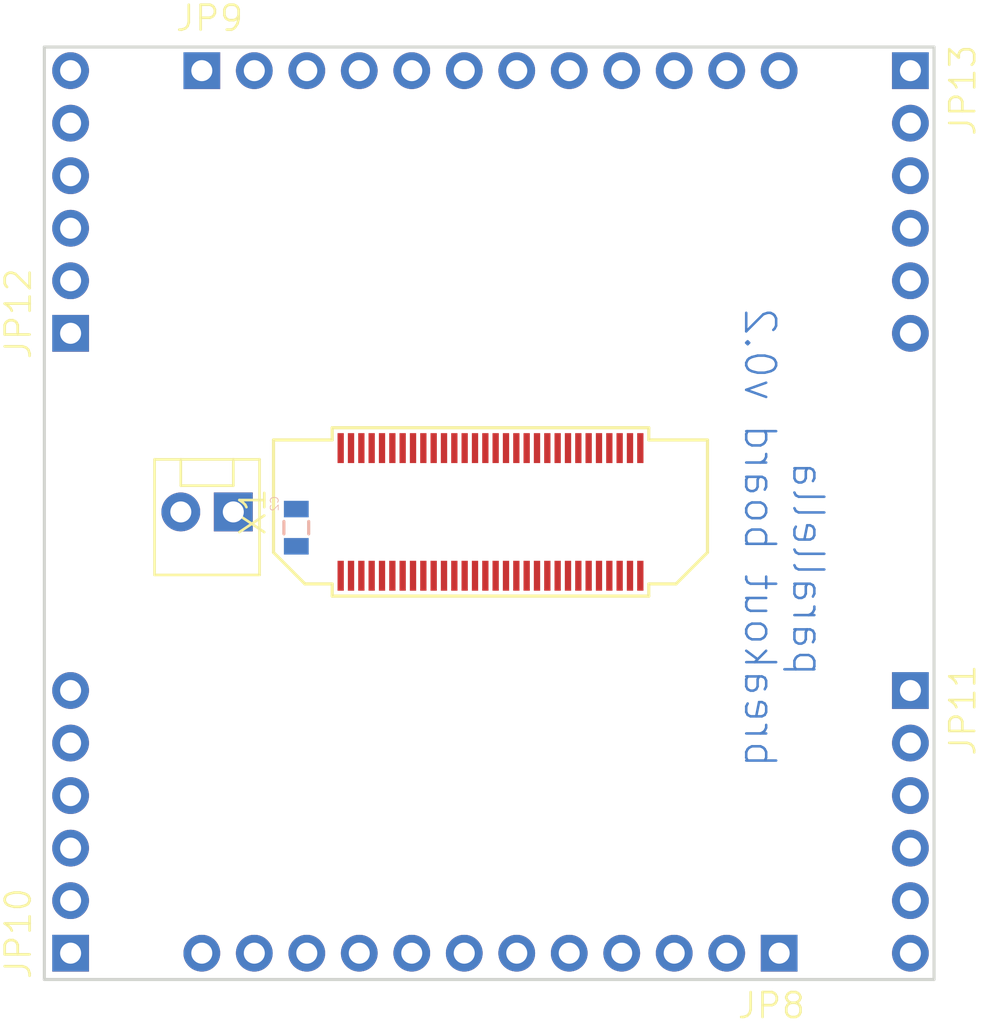
<source format=kicad_pcb>
(kicad_pcb (version 20171130) (host pcbnew "(5.1.2-1)-1")

  (general
    (thickness 1.6)
    (drawings 5)
    (tracks 0)
    (zones 0)
    (modules 13)
    (nets 51)
  )

  (page A4)
  (layers
    (0 Top signal)
    (31 Bottom signal)
    (32 B.Adhes user)
    (33 F.Adhes user)
    (34 B.Paste user)
    (35 F.Paste user)
    (36 B.SilkS user)
    (37 F.SilkS user)
    (38 B.Mask user)
    (39 F.Mask user)
    (40 Dwgs.User user)
    (41 Cmts.User user)
    (42 Eco1.User user)
    (43 Eco2.User user)
    (44 Edge.Cuts user)
    (45 Margin user)
    (46 B.CrtYd user)
    (47 F.CrtYd user)
    (48 B.Fab user)
    (49 F.Fab user)
  )

  (setup
    (last_trace_width 0.25)
    (trace_clearance 0.127)
    (zone_clearance 0.508)
    (zone_45_only no)
    (trace_min 0.1524)
    (via_size 0.8)
    (via_drill 0.4)
    (via_min_size 0.4)
    (via_min_drill 0.3)
    (uvia_size 0.3)
    (uvia_drill 0.1)
    (uvias_allowed no)
    (uvia_min_size 0.2)
    (uvia_min_drill 0.1)
    (edge_width 0.05)
    (segment_width 0.2)
    (pcb_text_width 0.3)
    (pcb_text_size 1.5 1.5)
    (mod_edge_width 0.12)
    (mod_text_size 1 1)
    (mod_text_width 0.15)
    (pad_size 1.524 1.524)
    (pad_drill 0.762)
    (pad_to_mask_clearance 0.051)
    (solder_mask_min_width 0.25)
    (aux_axis_origin 0 0)
    (visible_elements FFFFFF7F)
    (pcbplotparams
      (layerselection 0x010fc_ffffffff)
      (usegerberextensions false)
      (usegerberattributes false)
      (usegerberadvancedattributes false)
      (creategerberjobfile false)
      (excludeedgelayer true)
      (linewidth 0.100000)
      (plotframeref false)
      (viasonmask false)
      (mode 1)
      (useauxorigin false)
      (hpglpennumber 1)
      (hpglpenspeed 20)
      (hpglpendiameter 15.000000)
      (psnegative false)
      (psa4output false)
      (plotreference true)
      (plotvalue true)
      (plotinvisibletext false)
      (padsonsilk false)
      (subtractmaskfromsilk false)
      (outputformat 1)
      (mirror false)
      (drillshape 1)
      (scaleselection 1)
      (outputdirectory ""))
  )

  (net 0 "")
  (net 1 VCC)
  (net 2 GND)
  (net 3 "Net-(JP11-Pad1)")
  (net 4 "Net-(JP13-Pad6)")
  (net 5 "Net-(JP11-Pad2)")
  (net 6 "Net-(JP13-Pad5)")
  (net 7 "Net-(JP11-Pad3)")
  (net 8 "Net-(JP13-Pad4)")
  (net 9 "Net-(JP11-Pad4)")
  (net 10 "Net-(JP13-Pad3)")
  (net 11 "Net-(JP11-Pad5)")
  (net 12 "Net-(JP13-Pad2)")
  (net 13 "Net-(JP11-Pad6)")
  (net 14 "Net-(JP13-Pad1)")
  (net 15 "Net-(JP8-Pad1)")
  (net 16 "Net-(JP9-Pad12)")
  (net 17 "Net-(JP8-Pad2)")
  (net 18 "Net-(JP9-Pad11)")
  (net 19 "Net-(JP8-Pad3)")
  (net 20 "Net-(JP9-Pad10)")
  (net 21 "Net-(JP8-Pad4)")
  (net 22 "Net-(JP9-Pad9)")
  (net 23 "Net-(JP8-Pad5)")
  (net 24 "Net-(JP9-Pad8)")
  (net 25 "Net-(JP8-Pad6)")
  (net 26 "Net-(JP9-Pad7)")
  (net 27 "Net-(JP8-Pad7)")
  (net 28 "Net-(JP9-Pad6)")
  (net 29 "Net-(JP8-Pad8)")
  (net 30 "Net-(JP9-Pad5)")
  (net 31 "Net-(JP8-Pad9)")
  (net 32 "Net-(JP9-Pad4)")
  (net 33 "Net-(JP8-Pad10)")
  (net 34 "Net-(JP9-Pad3)")
  (net 35 "Net-(JP8-Pad11)")
  (net 36 "Net-(JP9-Pad2)")
  (net 37 "Net-(JP8-Pad12)")
  (net 38 "Net-(JP9-Pad1)")
  (net 39 "Net-(JP10-Pad1)")
  (net 40 "Net-(JP12-Pad6)")
  (net 41 "Net-(JP10-Pad2)")
  (net 42 "Net-(JP12-Pad5)")
  (net 43 "Net-(JP10-Pad3)")
  (net 44 "Net-(JP12-Pad4)")
  (net 45 "Net-(JP10-Pad4)")
  (net 46 "Net-(JP12-Pad3)")
  (net 47 "Net-(JP10-Pad5)")
  (net 48 "Net-(JP12-Pad2)")
  (net 49 "Net-(JP10-Pad6)")
  (net 50 "Net-(JP12-Pad1)")

  (net_class Default "This is the default net class."
    (clearance 0.127)
    (trace_width 0.25)
    (via_dia 0.8)
    (via_drill 0.4)
    (uvia_dia 0.3)
    (uvia_drill 0.1)
    (add_net GND)
    (add_net "Net-(JP10-Pad1)")
    (add_net "Net-(JP10-Pad2)")
    (add_net "Net-(JP10-Pad3)")
    (add_net "Net-(JP10-Pad4)")
    (add_net "Net-(JP10-Pad5)")
    (add_net "Net-(JP10-Pad6)")
    (add_net "Net-(JP11-Pad1)")
    (add_net "Net-(JP11-Pad2)")
    (add_net "Net-(JP11-Pad3)")
    (add_net "Net-(JP11-Pad4)")
    (add_net "Net-(JP11-Pad5)")
    (add_net "Net-(JP11-Pad6)")
    (add_net "Net-(JP12-Pad1)")
    (add_net "Net-(JP12-Pad2)")
    (add_net "Net-(JP12-Pad3)")
    (add_net "Net-(JP12-Pad4)")
    (add_net "Net-(JP12-Pad5)")
    (add_net "Net-(JP12-Pad6)")
    (add_net "Net-(JP13-Pad1)")
    (add_net "Net-(JP13-Pad2)")
    (add_net "Net-(JP13-Pad3)")
    (add_net "Net-(JP13-Pad4)")
    (add_net "Net-(JP13-Pad5)")
    (add_net "Net-(JP13-Pad6)")
    (add_net "Net-(JP8-Pad1)")
    (add_net "Net-(JP8-Pad10)")
    (add_net "Net-(JP8-Pad11)")
    (add_net "Net-(JP8-Pad12)")
    (add_net "Net-(JP8-Pad2)")
    (add_net "Net-(JP8-Pad3)")
    (add_net "Net-(JP8-Pad4)")
    (add_net "Net-(JP8-Pad5)")
    (add_net "Net-(JP8-Pad6)")
    (add_net "Net-(JP8-Pad7)")
    (add_net "Net-(JP8-Pad8)")
    (add_net "Net-(JP8-Pad9)")
    (add_net "Net-(JP9-Pad1)")
    (add_net "Net-(JP9-Pad10)")
    (add_net "Net-(JP9-Pad11)")
    (add_net "Net-(JP9-Pad12)")
    (add_net "Net-(JP9-Pad2)")
    (add_net "Net-(JP9-Pad3)")
    (add_net "Net-(JP9-Pad4)")
    (add_net "Net-(JP9-Pad5)")
    (add_net "Net-(JP9-Pad6)")
    (add_net "Net-(JP9-Pad7)")
    (add_net "Net-(JP9-Pad8)")
    (add_net "Net-(JP9-Pad9)")
    (add_net VCC)
  )

  (module "" (layer Top) (tedit 0) (tstamp 0)
    (at 130.1496 106.4387)
    (fp_text reference @HOLE0 (at 0 0) (layer F.SilkS) hide
      (effects (font (size 1.27 1.27) (thickness 0.15)))
    )
    (fp_text value "" (at 0 0) (layer F.SilkS)
      (effects (font (size 1.27 1.27) (thickness 0.15)))
    )
    (pad "" np_thru_hole circle (at 0 0) (size 2.9972 2.9972) (drill 2.9972) (layers *.Cu *.Mask))
  )

  (module "" (layer Top) (tedit 0) (tstamp 0)
    (at 130.1496 103.3907)
    (fp_text reference @HOLE1 (at 0 0) (layer F.SilkS) hide
      (effects (font (size 1.27 1.27) (thickness 0.15)))
    )
    (fp_text value "" (at 0 0) (layer F.SilkS)
      (effects (font (size 1.27 1.27) (thickness 0.15)))
    )
    (pad "" np_thru_hole circle (at 0 0) (size 2.9972 2.9972) (drill 2.9972) (layers *.Cu *.Mask))
  )

  (module "" (layer Top) (tedit 0) (tstamp 0)
    (at 166.9796 103.3907)
    (fp_text reference @HOLE2 (at 0 0) (layer F.SilkS) hide
      (effects (font (size 1.27 1.27) (thickness 0.15)))
    )
    (fp_text value "" (at 0 0) (layer F.SilkS)
      (effects (font (size 1.27 1.27) (thickness 0.15)))
    )
    (pad "" np_thru_hole circle (at 0 0) (size 2.9972 2.9972) (drill 2.9972) (layers *.Cu *.Mask))
  )

  (module "" (layer Top) (tedit 0) (tstamp 0)
    (at 166.9796 106.4387)
    (fp_text reference @HOLE3 (at 0 0) (layer F.SilkS) hide
      (effects (font (size 1.27 1.27) (thickness 0.15)))
    )
    (fp_text value "" (at 0 0) (layer F.SilkS)
      (effects (font (size 1.27 1.27) (thickness 0.15)))
    )
    (pad "" np_thru_hole circle (at 0 0) (size 2.9972 2.9972) (drill 2.9972) (layers *.Cu *.Mask))
  )

  (module para:BTH-030-XX-X-D-A (layer Top) (tedit 0) (tstamp 5D8EE02A)
    (at 148.5646 104.9401)
    (descr "<b>SAMTEC</b> BTH-030-XX-X-D-A connectors\n<br>\n<br>\n0,50 mm Basic Blade & Beam Terminal Strip")
    (path /6F919911)
    (fp_text reference X1 (at -11.5 0 90) (layer F.SilkS)
      (effects (font (size 1.2065 1.2065) (thickness 0.127)))
    )
    (fp_text value BTH-030-XX-X-D-A (at 0 0) (layer F.Fab)
      (effects (font (size 1.2065 1.2065) (thickness 0.127)))
    )
    (fp_line (start -10.5 1.96) (end -10.5 -3.48) (layer F.SilkS) (width 0.1524))
    (fp_line (start -8.98 3.48) (end -10.5 1.96) (layer F.SilkS) (width 0.1524))
    (fp_line (start -7.66 3.48) (end -8.98 3.48) (layer F.SilkS) (width 0.1524))
    (fp_line (start -7.66 4.07) (end -7.66 3.48) (layer F.SilkS) (width 0.1524))
    (fp_line (start 7.66 4.07) (end -7.66 4.07) (layer F.SilkS) (width 0.1524))
    (fp_line (start 7.66 3.48) (end 7.66 4.07) (layer F.SilkS) (width 0.1524))
    (fp_line (start 8.98 3.48) (end 7.66 3.48) (layer F.SilkS) (width 0.1524))
    (fp_line (start 10.5 1.96) (end 8.98 3.48) (layer F.SilkS) (width 0.1524))
    (fp_line (start 10.5 -3.48) (end 10.5 1.96) (layer F.SilkS) (width 0.1524))
    (fp_line (start 7.66 -3.48) (end 10.5 -3.48) (layer F.SilkS) (width 0.1524))
    (fp_line (start 7.66 -4.07) (end 7.66 -3.48) (layer F.SilkS) (width 0.1524))
    (fp_line (start -7.66 -4.07) (end 7.66 -4.07) (layer F.SilkS) (width 0.1524))
    (fp_line (start -7.66 -3.48) (end -7.66 -4.07) (layer F.SilkS) (width 0.1524))
    (fp_line (start -10.5 -3.48) (end -7.66 -3.48) (layer F.SilkS) (width 0.1524))
    (fp_line (start 7.25 -2.98) (end 7.25 -3.56) (layer F.Fab) (width 0.25))
    (fp_line (start 6.75 -2.98) (end 6.75 -3.56) (layer F.Fab) (width 0.25))
    (fp_line (start 6.25 -2.98) (end 6.25 -3.56) (layer F.Fab) (width 0.25))
    (fp_line (start 5.75 -2.98) (end 5.75 -3.56) (layer F.Fab) (width 0.25))
    (fp_line (start 5.25 -2.98) (end 5.25 -3.56) (layer F.Fab) (width 0.25))
    (fp_line (start 4.75 -2.98) (end 4.75 -3.56) (layer F.Fab) (width 0.25))
    (fp_line (start 4.25 -2.98) (end 4.25 -3.56) (layer F.Fab) (width 0.25))
    (fp_line (start 3.75 -2.98) (end 3.75 -3.56) (layer F.Fab) (width 0.25))
    (fp_line (start 3.25 -2.98) (end 3.25 -3.56) (layer F.Fab) (width 0.25))
    (fp_line (start 2.75 -2.98) (end 2.75 -3.56) (layer F.Fab) (width 0.25))
    (fp_line (start 2.25 -2.98) (end 2.25 -3.56) (layer F.Fab) (width 0.25))
    (fp_line (start 1.75 -2.98) (end 1.75 -3.56) (layer F.Fab) (width 0.25))
    (fp_line (start 1.25 -2.98) (end 1.25 -3.56) (layer F.Fab) (width 0.25))
    (fp_line (start 0.75 -2.98) (end 0.75 -3.56) (layer F.Fab) (width 0.25))
    (fp_line (start 0.25 -2.98) (end 0.25 -3.56) (layer F.Fab) (width 0.25))
    (fp_line (start -0.25 -2.98) (end -0.25 -3.56) (layer F.Fab) (width 0.25))
    (fp_line (start -0.75 -2.98) (end -0.75 -3.56) (layer F.Fab) (width 0.25))
    (fp_line (start -1.25 -2.98) (end -1.25 -3.56) (layer F.Fab) (width 0.25))
    (fp_line (start -1.75 -2.98) (end -1.75 -3.56) (layer F.Fab) (width 0.25))
    (fp_line (start -2.25 -2.98) (end -2.25 -3.56) (layer F.Fab) (width 0.25))
    (fp_line (start -2.75 -2.98) (end -2.75 -3.56) (layer F.Fab) (width 0.25))
    (fp_line (start -3.25 -2.98) (end -3.25 -3.56) (layer F.Fab) (width 0.25))
    (fp_line (start -3.75 -2.98) (end -3.75 -3.56) (layer F.Fab) (width 0.25))
    (fp_line (start -4.25 -2.98) (end -4.25 -3.56) (layer F.Fab) (width 0.25))
    (fp_line (start -4.75 -2.98) (end -4.75 -3.56) (layer F.Fab) (width 0.25))
    (fp_line (start -5.25 -2.98) (end -5.25 -3.56) (layer F.Fab) (width 0.25))
    (fp_line (start -5.75 -2.98) (end -5.75 -3.56) (layer F.Fab) (width 0.25))
    (fp_line (start -6.25 -2.98) (end -6.25 -3.56) (layer F.Fab) (width 0.25))
    (fp_line (start -6.75 -2.98) (end -6.75 -3.56) (layer F.Fab) (width 0.25))
    (fp_line (start -7.25 -2.98) (end -7.25 -3.56) (layer F.Fab) (width 0.25))
    (fp_line (start 7.25 2.98) (end 7.25 3.56) (layer F.Fab) (width 0.25))
    (fp_line (start 6.75 2.98) (end 6.75 3.56) (layer F.Fab) (width 0.25))
    (fp_line (start 6.25 2.98) (end 6.25 3.56) (layer F.Fab) (width 0.25))
    (fp_line (start 5.75 2.98) (end 5.75 3.56) (layer F.Fab) (width 0.25))
    (fp_line (start 5.25 2.98) (end 5.25 3.56) (layer F.Fab) (width 0.25))
    (fp_line (start 4.75 2.98) (end 4.75 3.56) (layer F.Fab) (width 0.25))
    (fp_line (start 4.25 2.98) (end 4.25 3.56) (layer F.Fab) (width 0.25))
    (fp_line (start 3.75 2.98) (end 3.75 3.56) (layer F.Fab) (width 0.25))
    (fp_line (start 3.25 2.98) (end 3.25 3.56) (layer F.Fab) (width 0.25))
    (fp_line (start 2.75 2.98) (end 2.75 3.56) (layer F.Fab) (width 0.25))
    (fp_line (start 2.25 2.98) (end 2.25 3.56) (layer F.Fab) (width 0.25))
    (fp_line (start 1.75 2.98) (end 1.75 3.56) (layer F.Fab) (width 0.25))
    (fp_line (start 1.25 2.98) (end 1.25 3.56) (layer F.Fab) (width 0.25))
    (fp_line (start 0.75 2.98) (end 0.75 3.56) (layer F.Fab) (width 0.25))
    (fp_line (start 0.25 2.98) (end 0.25 3.56) (layer F.Fab) (width 0.25))
    (fp_line (start -0.25 2.98) (end -0.25 3.56) (layer F.Fab) (width 0.25))
    (fp_line (start -0.75 2.98) (end -0.75 3.56) (layer F.Fab) (width 0.25))
    (fp_line (start -1.25 2.98) (end -1.25 3.56) (layer F.Fab) (width 0.25))
    (fp_line (start -1.75 2.98) (end -1.75 3.56) (layer F.Fab) (width 0.25))
    (fp_line (start -2.25 2.98) (end -2.25 3.56) (layer F.Fab) (width 0.25))
    (fp_line (start -2.75 2.98) (end -2.75 3.56) (layer F.Fab) (width 0.25))
    (fp_line (start -3.25 2.98) (end -3.25 3.56) (layer F.Fab) (width 0.25))
    (fp_line (start -3.75 2.98) (end -3.75 3.56) (layer F.Fab) (width 0.25))
    (fp_line (start -4.25 2.98) (end -4.25 3.56) (layer F.Fab) (width 0.25))
    (fp_line (start -4.75 2.98) (end -4.75 3.56) (layer F.Fab) (width 0.25))
    (fp_line (start -5.25 2.98) (end -5.25 3.56) (layer F.Fab) (width 0.25))
    (fp_line (start -5.75 2.98) (end -5.75 3.56) (layer F.Fab) (width 0.25))
    (fp_line (start -6.25 2.98) (end -6.25 3.56) (layer F.Fab) (width 0.25))
    (fp_line (start -6.75 2.98) (end -6.75 3.56) (layer F.Fab) (width 0.25))
    (fp_line (start -7.25 2.98) (end -7.25 3.56) (layer F.Fab) (width 0.25))
    (fp_line (start -10 1.46) (end -10 -2.98) (layer F.Fab) (width 0.25))
    (fp_line (start -8.48 2.98) (end -10 1.46) (layer F.Fab) (width 0.25))
    (fp_line (start -7.25 2.98) (end -8.48 2.98) (layer F.Fab) (width 0.25))
    (fp_line (start -6.75 2.98) (end -7.25 2.98) (layer F.Fab) (width 0.25))
    (fp_line (start -6.25 2.98) (end -6.75 2.98) (layer F.Fab) (width 0.25))
    (fp_line (start -5.75 2.98) (end -6.25 2.98) (layer F.Fab) (width 0.25))
    (fp_line (start -5.25 2.98) (end -5.75 2.98) (layer F.Fab) (width 0.25))
    (fp_line (start -4.75 2.98) (end -5.25 2.98) (layer F.Fab) (width 0.25))
    (fp_line (start -4.25 2.98) (end -4.75 2.98) (layer F.Fab) (width 0.25))
    (fp_line (start -3.75 2.98) (end -4.25 2.98) (layer F.Fab) (width 0.25))
    (fp_line (start -3.25 2.98) (end -3.75 2.98) (layer F.Fab) (width 0.25))
    (fp_line (start -2.75 2.98) (end -3.25 2.98) (layer F.Fab) (width 0.25))
    (fp_line (start -2.25 2.98) (end -2.75 2.98) (layer F.Fab) (width 0.25))
    (fp_line (start -1.75 2.98) (end -2.25 2.98) (layer F.Fab) (width 0.25))
    (fp_line (start -1.25 2.98) (end -1.75 2.98) (layer F.Fab) (width 0.25))
    (fp_line (start -0.75 2.98) (end -1.25 2.98) (layer F.Fab) (width 0.25))
    (fp_line (start -0.25 2.98) (end -0.75 2.98) (layer F.Fab) (width 0.25))
    (fp_line (start 0.25 2.98) (end -0.25 2.98) (layer F.Fab) (width 0.25))
    (fp_line (start 0.75 2.98) (end 0.25 2.98) (layer F.Fab) (width 0.25))
    (fp_line (start 1.25 2.98) (end 0.75 2.98) (layer F.Fab) (width 0.25))
    (fp_line (start 1.75 2.98) (end 1.25 2.98) (layer F.Fab) (width 0.25))
    (fp_line (start 2.25 2.98) (end 1.75 2.98) (layer F.Fab) (width 0.25))
    (fp_line (start 2.75 2.98) (end 2.25 2.98) (layer F.Fab) (width 0.25))
    (fp_line (start 3.25 2.98) (end 2.75 2.98) (layer F.Fab) (width 0.25))
    (fp_line (start 3.75 2.98) (end 3.25 2.98) (layer F.Fab) (width 0.25))
    (fp_line (start 4.25 2.98) (end 3.75 2.98) (layer F.Fab) (width 0.25))
    (fp_line (start 4.75 2.98) (end 4.25 2.98) (layer F.Fab) (width 0.25))
    (fp_line (start 5.25 2.98) (end 4.75 2.98) (layer F.Fab) (width 0.25))
    (fp_line (start 5.75 2.98) (end 5.25 2.98) (layer F.Fab) (width 0.25))
    (fp_line (start 6.25 2.98) (end 5.75 2.98) (layer F.Fab) (width 0.25))
    (fp_line (start 6.75 2.98) (end 6.25 2.98) (layer F.Fab) (width 0.25))
    (fp_line (start 7.25 2.98) (end 6.75 2.98) (layer F.Fab) (width 0.25))
    (fp_line (start 8.48 2.98) (end 7.25 2.98) (layer F.Fab) (width 0.25))
    (fp_line (start 10 1.46) (end 8.48 2.98) (layer F.Fab) (width 0.25))
    (fp_line (start 10 -2.98) (end 10 1.46) (layer F.Fab) (width 0.25))
    (fp_line (start 7.25 -2.98) (end 10 -2.98) (layer F.Fab) (width 0.25))
    (fp_line (start 6.75 -2.98) (end 7.25 -2.98) (layer F.Fab) (width 0.25))
    (fp_line (start 6.25 -2.98) (end 6.75 -2.98) (layer F.Fab) (width 0.25))
    (fp_line (start 5.75 -2.98) (end 6.25 -2.98) (layer F.Fab) (width 0.25))
    (fp_line (start 5.25 -2.98) (end 5.75 -2.98) (layer F.Fab) (width 0.25))
    (fp_line (start 4.75 -2.98) (end 5.25 -2.98) (layer F.Fab) (width 0.25))
    (fp_line (start 4.25 -2.98) (end 4.75 -2.98) (layer F.Fab) (width 0.25))
    (fp_line (start 3.75 -2.98) (end 4.25 -2.98) (layer F.Fab) (width 0.25))
    (fp_line (start 3.25 -2.98) (end 3.75 -2.98) (layer F.Fab) (width 0.25))
    (fp_line (start 2.75 -2.98) (end 3.25 -2.98) (layer F.Fab) (width 0.25))
    (fp_line (start 2.25 -2.98) (end 2.75 -2.98) (layer F.Fab) (width 0.25))
    (fp_line (start 1.75 -2.98) (end 2.25 -2.98) (layer F.Fab) (width 0.25))
    (fp_line (start 1.25 -2.98) (end 1.75 -2.98) (layer F.Fab) (width 0.25))
    (fp_line (start 0.75 -2.98) (end 1.25 -2.98) (layer F.Fab) (width 0.25))
    (fp_line (start 0.25 -2.98) (end 0.75 -2.98) (layer F.Fab) (width 0.25))
    (fp_line (start -0.25 -2.98) (end 0.25 -2.98) (layer F.Fab) (width 0.25))
    (fp_line (start -0.75 -2.98) (end -0.25 -2.98) (layer F.Fab) (width 0.25))
    (fp_line (start -1.25 -2.98) (end -0.75 -2.98) (layer F.Fab) (width 0.25))
    (fp_line (start -1.75 -2.98) (end -1.25 -2.98) (layer F.Fab) (width 0.25))
    (fp_line (start -2.25 -2.98) (end -1.75 -2.98) (layer F.Fab) (width 0.25))
    (fp_line (start -2.75 -2.98) (end -2.25 -2.98) (layer F.Fab) (width 0.25))
    (fp_line (start -3.25 -2.98) (end -2.75 -2.98) (layer F.Fab) (width 0.25))
    (fp_line (start -3.75 -2.98) (end -3.25 -2.98) (layer F.Fab) (width 0.25))
    (fp_line (start -4.25 -2.98) (end -3.75 -2.98) (layer F.Fab) (width 0.25))
    (fp_line (start -4.75 -2.98) (end -4.25 -2.98) (layer F.Fab) (width 0.25))
    (fp_line (start -5.25 -2.98) (end -4.75 -2.98) (layer F.Fab) (width 0.25))
    (fp_line (start -5.75 -2.98) (end -5.25 -2.98) (layer F.Fab) (width 0.25))
    (fp_line (start -6.25 -2.98) (end -5.75 -2.98) (layer F.Fab) (width 0.25))
    (fp_line (start -6.75 -2.98) (end -6.25 -2.98) (layer F.Fab) (width 0.25))
    (fp_line (start -7.25 -2.98) (end -6.75 -2.98) (layer F.Fab) (width 0.25))
    (fp_line (start -10 -2.98) (end -7.25 -2.98) (layer F.Fab) (width 0.25))
    (pad "" np_thru_hole circle (at 9.246 -2.032) (size 1.016 1.016) (drill 1.016) (layers *.Cu *.Mask))
    (pad "" np_thru_hole circle (at -9.246 -2.032) (size 1.016 1.016) (drill 1.016) (layers *.Cu *.Mask))
    (pad 60 smd rect (at 7.25 3.086 90) (size 1.448 0.305) (layers Top F.Paste F.Mask)
      (net 3 "Net-(JP11-Pad1)") (solder_mask_margin 0.0508))
    (pad 59 smd rect (at 7.25 -3.086 90) (size 1.448 0.305) (layers Top F.Paste F.Mask)
      (net 4 "Net-(JP13-Pad6)") (solder_mask_margin 0.0508))
    (pad 58 smd rect (at 6.75 3.086 90) (size 1.448 0.305) (layers Top F.Paste F.Mask)
      (net 5 "Net-(JP11-Pad2)") (solder_mask_margin 0.0508))
    (pad 57 smd rect (at 6.75 -3.086 90) (size 1.448 0.305) (layers Top F.Paste F.Mask)
      (net 6 "Net-(JP13-Pad5)") (solder_mask_margin 0.0508))
    (pad 56 smd rect (at 6.25 3.086 90) (size 1.448 0.305) (layers Top F.Paste F.Mask)
      (net 7 "Net-(JP11-Pad3)") (solder_mask_margin 0.0508))
    (pad 55 smd rect (at 6.25 -3.086 90) (size 1.448 0.305) (layers Top F.Paste F.Mask)
      (net 8 "Net-(JP13-Pad4)") (solder_mask_margin 0.0508))
    (pad 54 smd rect (at 5.75 3.086 90) (size 1.448 0.305) (layers Top F.Paste F.Mask)
      (net 9 "Net-(JP11-Pad4)") (solder_mask_margin 0.0508))
    (pad 53 smd rect (at 5.75 -3.086 90) (size 1.448 0.305) (layers Top F.Paste F.Mask)
      (net 10 "Net-(JP13-Pad3)") (solder_mask_margin 0.0508))
    (pad 52 smd rect (at 5.25 3.086 90) (size 1.448 0.305) (layers Top F.Paste F.Mask)
      (net 2 GND) (solder_mask_margin 0.0508))
    (pad 51 smd rect (at 5.25 -3.086 90) (size 1.448 0.305) (layers Top F.Paste F.Mask)
      (net 2 GND) (solder_mask_margin 0.0508))
    (pad 50 smd rect (at 4.75 3.086 90) (size 1.448 0.305) (layers Top F.Paste F.Mask)
      (net 11 "Net-(JP11-Pad5)") (solder_mask_margin 0.0508))
    (pad 49 smd rect (at 4.75 -3.086 90) (size 1.448 0.305) (layers Top F.Paste F.Mask)
      (net 12 "Net-(JP13-Pad2)") (solder_mask_margin 0.0508))
    (pad 48 smd rect (at 4.25 3.086 90) (size 1.448 0.305) (layers Top F.Paste F.Mask)
      (net 13 "Net-(JP11-Pad6)") (solder_mask_margin 0.0508))
    (pad 47 smd rect (at 4.25 -3.086 90) (size 1.448 0.305) (layers Top F.Paste F.Mask)
      (net 14 "Net-(JP13-Pad1)") (solder_mask_margin 0.0508))
    (pad 46 smd rect (at 3.75 3.086 90) (size 1.448 0.305) (layers Top F.Paste F.Mask)
      (net 15 "Net-(JP8-Pad1)") (solder_mask_margin 0.0508))
    (pad 45 smd rect (at 3.75 -3.086 90) (size 1.448 0.305) (layers Top F.Paste F.Mask)
      (net 16 "Net-(JP9-Pad12)") (solder_mask_margin 0.0508))
    (pad 44 smd rect (at 3.25 3.086 90) (size 1.448 0.305) (layers Top F.Paste F.Mask)
      (net 17 "Net-(JP8-Pad2)") (solder_mask_margin 0.0508))
    (pad 43 smd rect (at 3.25 -3.086 90) (size 1.448 0.305) (layers Top F.Paste F.Mask)
      (net 18 "Net-(JP9-Pad11)") (solder_mask_margin 0.0508))
    (pad 42 smd rect (at 2.75 3.086 90) (size 1.448 0.305) (layers Top F.Paste F.Mask)
      (net 2 GND) (solder_mask_margin 0.0508))
    (pad 41 smd rect (at 2.75 -3.086 90) (size 1.448 0.305) (layers Top F.Paste F.Mask)
      (net 2 GND) (solder_mask_margin 0.0508))
    (pad 40 smd rect (at 2.25 3.086 90) (size 1.448 0.305) (layers Top F.Paste F.Mask)
      (net 19 "Net-(JP8-Pad3)") (solder_mask_margin 0.0508))
    (pad 39 smd rect (at 2.25 -3.086 90) (size 1.448 0.305) (layers Top F.Paste F.Mask)
      (net 20 "Net-(JP9-Pad10)") (solder_mask_margin 0.0508))
    (pad 38 smd rect (at 1.75 3.086 90) (size 1.448 0.305) (layers Top F.Paste F.Mask)
      (net 21 "Net-(JP8-Pad4)") (solder_mask_margin 0.0508))
    (pad 37 smd rect (at 1.75 -3.086 90) (size 1.448 0.305) (layers Top F.Paste F.Mask)
      (net 22 "Net-(JP9-Pad9)") (solder_mask_margin 0.0508))
    (pad 36 smd rect (at 1.25 3.086 90) (size 1.448 0.305) (layers Top F.Paste F.Mask)
      (net 23 "Net-(JP8-Pad5)") (solder_mask_margin 0.0508))
    (pad 35 smd rect (at 1.25 -3.086 90) (size 1.448 0.305) (layers Top F.Paste F.Mask)
      (net 24 "Net-(JP9-Pad8)") (solder_mask_margin 0.0508))
    (pad 34 smd rect (at 0.75 3.086 90) (size 1.448 0.305) (layers Top F.Paste F.Mask)
      (net 25 "Net-(JP8-Pad6)") (solder_mask_margin 0.0508))
    (pad 33 smd rect (at 0.75 -3.086 90) (size 1.448 0.305) (layers Top F.Paste F.Mask)
      (net 26 "Net-(JP9-Pad7)") (solder_mask_margin 0.0508))
    (pad 32 smd rect (at 0.25 3.086 90) (size 1.448 0.305) (layers Top F.Paste F.Mask)
      (net 2 GND) (solder_mask_margin 0.0508))
    (pad 31 smd rect (at 0.25 -3.086 90) (size 1.448 0.305) (layers Top F.Paste F.Mask)
      (net 2 GND) (solder_mask_margin 0.0508))
    (pad 30 smd rect (at -0.25 3.086 90) (size 1.448 0.305) (layers Top F.Paste F.Mask)
      (net 27 "Net-(JP8-Pad7)") (solder_mask_margin 0.0508))
    (pad 29 smd rect (at -0.25 -3.086 90) (size 1.448 0.305) (layers Top F.Paste F.Mask)
      (net 28 "Net-(JP9-Pad6)") (solder_mask_margin 0.0508))
    (pad 28 smd rect (at -0.75 3.086 90) (size 1.448 0.305) (layers Top F.Paste F.Mask)
      (net 29 "Net-(JP8-Pad8)") (solder_mask_margin 0.0508))
    (pad 27 smd rect (at -0.75 -3.086 90) (size 1.448 0.305) (layers Top F.Paste F.Mask)
      (net 30 "Net-(JP9-Pad5)") (solder_mask_margin 0.0508))
    (pad 26 smd rect (at -1.25 3.086 90) (size 1.448 0.305) (layers Top F.Paste F.Mask)
      (net 31 "Net-(JP8-Pad9)") (solder_mask_margin 0.0508))
    (pad 25 smd rect (at -1.25 -3.086 90) (size 1.448 0.305) (layers Top F.Paste F.Mask)
      (net 32 "Net-(JP9-Pad4)") (solder_mask_margin 0.0508))
    (pad 24 smd rect (at -1.75 3.086 90) (size 1.448 0.305) (layers Top F.Paste F.Mask)
      (net 33 "Net-(JP8-Pad10)") (solder_mask_margin 0.0508))
    (pad 23 smd rect (at -1.75 -3.086 90) (size 1.448 0.305) (layers Top F.Paste F.Mask)
      (net 34 "Net-(JP9-Pad3)") (solder_mask_margin 0.0508))
    (pad 22 smd rect (at -2.25 3.086 90) (size 1.448 0.305) (layers Top F.Paste F.Mask)
      (net 2 GND) (solder_mask_margin 0.0508))
    (pad 21 smd rect (at -2.25 -3.086 90) (size 1.448 0.305) (layers Top F.Paste F.Mask)
      (net 2 GND) (solder_mask_margin 0.0508))
    (pad 20 smd rect (at -2.75 3.086 90) (size 1.448 0.305) (layers Top F.Paste F.Mask)
      (net 35 "Net-(JP8-Pad11)") (solder_mask_margin 0.0508))
    (pad 19 smd rect (at -2.75 -3.086 90) (size 1.448 0.305) (layers Top F.Paste F.Mask)
      (net 36 "Net-(JP9-Pad2)") (solder_mask_margin 0.0508))
    (pad 18 smd rect (at -3.25 3.086 90) (size 1.448 0.305) (layers Top F.Paste F.Mask)
      (net 37 "Net-(JP8-Pad12)") (solder_mask_margin 0.0508))
    (pad 17 smd rect (at -3.25 -3.086 90) (size 1.448 0.305) (layers Top F.Paste F.Mask)
      (net 38 "Net-(JP9-Pad1)") (solder_mask_margin 0.0508))
    (pad 16 smd rect (at -3.75 3.086 90) (size 1.448 0.305) (layers Top F.Paste F.Mask)
      (net 39 "Net-(JP10-Pad1)") (solder_mask_margin 0.0508))
    (pad 15 smd rect (at -3.75 -3.086 90) (size 1.448 0.305) (layers Top F.Paste F.Mask)
      (net 40 "Net-(JP12-Pad6)") (solder_mask_margin 0.0508))
    (pad 14 smd rect (at -4.25 3.086 90) (size 1.448 0.305) (layers Top F.Paste F.Mask)
      (net 41 "Net-(JP10-Pad2)") (solder_mask_margin 0.0508))
    (pad 13 smd rect (at -4.25 -3.086 90) (size 1.448 0.305) (layers Top F.Paste F.Mask)
      (net 42 "Net-(JP12-Pad5)") (solder_mask_margin 0.0508))
    (pad 12 smd rect (at -4.75 3.086 90) (size 1.448 0.305) (layers Top F.Paste F.Mask)
      (net 2 GND) (solder_mask_margin 0.0508))
    (pad 11 smd rect (at -4.75 -3.086 90) (size 1.448 0.305) (layers Top F.Paste F.Mask)
      (net 2 GND) (solder_mask_margin 0.0508))
    (pad 10 smd rect (at -5.25 3.086 90) (size 1.448 0.305) (layers Top F.Paste F.Mask)
      (net 43 "Net-(JP10-Pad3)") (solder_mask_margin 0.0508))
    (pad 9 smd rect (at -5.25 -3.086 90) (size 1.448 0.305) (layers Top F.Paste F.Mask)
      (net 44 "Net-(JP12-Pad4)") (solder_mask_margin 0.0508))
    (pad 8 smd rect (at -5.75 3.086 90) (size 1.448 0.305) (layers Top F.Paste F.Mask)
      (net 45 "Net-(JP10-Pad4)") (solder_mask_margin 0.0508))
    (pad 7 smd rect (at -5.75 -3.086 90) (size 1.448 0.305) (layers Top F.Paste F.Mask)
      (net 46 "Net-(JP12-Pad3)") (solder_mask_margin 0.0508))
    (pad 6 smd rect (at -6.25 3.086 90) (size 1.448 0.305) (layers Top F.Paste F.Mask)
      (net 47 "Net-(JP10-Pad5)") (solder_mask_margin 0.0508))
    (pad 5 smd rect (at -6.25 -3.086 90) (size 1.448 0.305) (layers Top F.Paste F.Mask)
      (net 48 "Net-(JP12-Pad2)") (solder_mask_margin 0.0508))
    (pad 4 smd rect (at -6.75 3.086 90) (size 1.448 0.305) (layers Top F.Paste F.Mask)
      (net 49 "Net-(JP10-Pad6)") (solder_mask_margin 0.0508))
    (pad 3 smd rect (at -6.75 -3.086 90) (size 1.448 0.305) (layers Top F.Paste F.Mask)
      (net 50 "Net-(JP12-Pad1)") (solder_mask_margin 0.0508))
    (pad 2 smd rect (at -7.25 3.086 90) (size 1.448 0.305) (layers Top F.Paste F.Mask)
      (net 1 VCC) (solder_mask_margin 0.0508))
    (pad 1 smd rect (at -7.25 -3.086 90) (size 1.448 0.305) (layers Top F.Paste F.Mask)
      (net 1 VCC) (solder_mask_margin 0.0508))
  )

  (module para:0805 (layer Bottom) (tedit 0) (tstamp 5D8EE0F7)
    (at 139.1666 105.7021 270)
    (path /7B1234C5)
    (fp_text reference C2 (at -0.762 0.8255 270) (layer B.SilkS)
      (effects (font (size 0.38608 0.38608) (thickness 0.032512)) (justify right bottom mirror))
    )
    (fp_text value CAP0805 (at -1.016 -1.397 270) (layer B.Fab)
      (effects (font (size 0.38608 0.38608) (thickness 0.032512)) (justify right bottom mirror))
    )
    (fp_line (start -0.3 -0.6) (end 0.3 -0.6) (layer B.SilkS) (width 0.1524))
    (fp_line (start -0.3 0.6) (end 0.3 0.6) (layer B.SilkS) (width 0.1524))
    (pad 2 smd rect (at 0.9 0 270) (size 0.8 1.2) (layers Bottom B.Paste B.Mask)
      (net 2 GND) (solder_mask_margin 0.0508))
    (pad 1 smd rect (at -0.9 0 270) (size 0.8 1.2) (layers Bottom B.Paste B.Mask)
      (net 1 VCC) (solder_mask_margin 0.0508))
  )

  (module para:MOLEX-1X2 (layer Top) (tedit 0) (tstamp 5D8EE0FE)
    (at 136.1186 104.9401 180)
    (path /F6917365)
    (fp_text reference JP7 (at 0 0 180) (layer F.SilkS) hide
      (effects (font (size 1.27 1.27) (thickness 0.15)) (justify right top))
    )
    (fp_text value M02POLAR (at 0 0 180) (layer F.SilkS) hide
      (effects (font (size 1.27 1.27) (thickness 0.15)) (justify right top))
    )
    (fp_line (start 2.54 1.27) (end 2.54 2.54) (layer F.SilkS) (width 0.127))
    (fp_line (start 0 1.27) (end 2.54 1.27) (layer F.SilkS) (width 0.127))
    (fp_line (start 0 2.54) (end 0 1.27) (layer F.SilkS) (width 0.127))
    (fp_line (start 0 2.54) (end -1.27 2.54) (layer F.SilkS) (width 0.127))
    (fp_line (start 2.54 2.54) (end 0 2.54) (layer F.SilkS) (width 0.127))
    (fp_line (start 3.81 2.54) (end 2.54 2.54) (layer F.SilkS) (width 0.127))
    (fp_line (start 3.81 -3.048) (end -1.27 -3.048) (layer F.SilkS) (width 0.127))
    (fp_line (start 3.81 -3.048) (end 3.81 2.54) (layer F.SilkS) (width 0.127))
    (fp_line (start -1.27 -3.048) (end -1.27 2.54) (layer F.SilkS) (width 0.127))
    (pad 2 thru_hole circle (at 2.54 0 180) (size 1.8796 1.8796) (drill 1.016) (layers *.Cu *.Mask)
      (net 2 GND) (solder_mask_margin 0.0508))
    (pad 1 thru_hole rect (at 0 0 180) (size 1.8796 1.8796) (drill 1.016) (layers *.Cu *.Mask)
      (net 1 VCC) (solder_mask_margin 0.0508))
  )

  (module para:1X12-CB (layer Top) (tedit 0) (tstamp 5D8EE10C)
    (at 148.5646 126.2761 180)
    (path /999C53A1)
    (fp_text reference JP8 (at -15.3162 -1.8288 180) (layer F.SilkS)
      (effects (font (size 1.2065 1.2065) (thickness 0.127)) (justify right top))
    )
    (fp_text value PINHD-1X12-CB (at -15.24 3.175 180) (layer F.Fab)
      (effects (font (size 1.2065 1.2065) (thickness 0.1016)) (justify right top))
    )
    (fp_poly (pts (xy 13.716 0.254) (xy 14.224 0.254) (xy 14.224 -0.254) (xy 13.716 -0.254)) (layer F.Fab) (width 0))
    (fp_poly (pts (xy -14.224 0.254) (xy -13.716 0.254) (xy -13.716 -0.254) (xy -14.224 -0.254)) (layer F.Fab) (width 0))
    (fp_poly (pts (xy -11.684 0.254) (xy -11.176 0.254) (xy -11.176 -0.254) (xy -11.684 -0.254)) (layer F.Fab) (width 0))
    (fp_poly (pts (xy -9.144 0.254) (xy -8.636 0.254) (xy -8.636 -0.254) (xy -9.144 -0.254)) (layer F.Fab) (width 0))
    (fp_poly (pts (xy -6.604 0.254) (xy -6.096 0.254) (xy -6.096 -0.254) (xy -6.604 -0.254)) (layer F.Fab) (width 0))
    (fp_poly (pts (xy -4.064 0.254) (xy -3.556 0.254) (xy -3.556 -0.254) (xy -4.064 -0.254)) (layer F.Fab) (width 0))
    (fp_poly (pts (xy -1.524 0.254) (xy -1.016 0.254) (xy -1.016 -0.254) (xy -1.524 -0.254)) (layer F.Fab) (width 0))
    (fp_poly (pts (xy 1.016 0.254) (xy 1.524 0.254) (xy 1.524 -0.254) (xy 1.016 -0.254)) (layer F.Fab) (width 0))
    (fp_poly (pts (xy 3.556 0.254) (xy 4.064 0.254) (xy 4.064 -0.254) (xy 3.556 -0.254)) (layer F.Fab) (width 0))
    (fp_poly (pts (xy 6.096 0.254) (xy 6.604 0.254) (xy 6.604 -0.254) (xy 6.096 -0.254)) (layer F.Fab) (width 0))
    (fp_poly (pts (xy 8.636 0.254) (xy 9.144 0.254) (xy 9.144 -0.254) (xy 8.636 -0.254)) (layer F.Fab) (width 0))
    (fp_poly (pts (xy 11.176 0.254) (xy 11.684 0.254) (xy 11.684 -0.254) (xy 11.176 -0.254)) (layer F.Fab) (width 0))
    (pad 12 thru_hole circle (at 13.97 0 270) (size 1.778 1.778) (drill 1.016) (layers *.Cu *.Mask)
      (net 37 "Net-(JP8-Pad12)") (solder_mask_margin 0.0508))
    (pad 11 thru_hole circle (at 11.43 0 270) (size 1.778 1.778) (drill 1.016) (layers *.Cu *.Mask)
      (net 35 "Net-(JP8-Pad11)") (solder_mask_margin 0.0508))
    (pad 10 thru_hole circle (at 8.89 0 270) (size 1.778 1.778) (drill 1.016) (layers *.Cu *.Mask)
      (net 33 "Net-(JP8-Pad10)") (solder_mask_margin 0.0508))
    (pad 9 thru_hole circle (at 6.35 0 270) (size 1.778 1.778) (drill 1.016) (layers *.Cu *.Mask)
      (net 31 "Net-(JP8-Pad9)") (solder_mask_margin 0.0508))
    (pad 8 thru_hole circle (at 3.81 0 270) (size 1.778 1.778) (drill 1.016) (layers *.Cu *.Mask)
      (net 29 "Net-(JP8-Pad8)") (solder_mask_margin 0.0508))
    (pad 7 thru_hole circle (at 1.27 0 270) (size 1.778 1.778) (drill 1.016) (layers *.Cu *.Mask)
      (net 27 "Net-(JP8-Pad7)") (solder_mask_margin 0.0508))
    (pad 6 thru_hole circle (at -1.27 0 270) (size 1.778 1.778) (drill 1.016) (layers *.Cu *.Mask)
      (net 25 "Net-(JP8-Pad6)") (solder_mask_margin 0.0508))
    (pad 5 thru_hole circle (at -3.81 0 270) (size 1.778 1.778) (drill 1.016) (layers *.Cu *.Mask)
      (net 23 "Net-(JP8-Pad5)") (solder_mask_margin 0.0508))
    (pad 4 thru_hole circle (at -6.35 0 270) (size 1.778 1.778) (drill 1.016) (layers *.Cu *.Mask)
      (net 21 "Net-(JP8-Pad4)") (solder_mask_margin 0.0508))
    (pad 3 thru_hole circle (at -8.89 0 270) (size 1.778 1.778) (drill 1.016) (layers *.Cu *.Mask)
      (net 19 "Net-(JP8-Pad3)") (solder_mask_margin 0.0508))
    (pad 2 thru_hole circle (at -11.43 0 270) (size 1.778 1.778) (drill 1.016) (layers *.Cu *.Mask)
      (net 17 "Net-(JP8-Pad2)") (solder_mask_margin 0.0508))
    (pad 1 thru_hole rect (at -13.97 0 270) (size 1.778 1.778) (drill 1.016) (layers *.Cu *.Mask)
      (net 15 "Net-(JP8-Pad1)") (solder_mask_margin 0.0508))
  )

  (module para:1X12-CB (layer Top) (tedit 0) (tstamp 5D8EE127)
    (at 148.5646 83.6041)
    (path /F1E971BA)
    (fp_text reference JP9 (at -15.3162 -1.8288) (layer F.SilkS)
      (effects (font (size 1.2065 1.2065) (thickness 0.127)) (justify left bottom))
    )
    (fp_text value PINHD-1X12-CB (at -15.24 3.175) (layer F.Fab)
      (effects (font (size 1.2065 1.2065) (thickness 0.1016)) (justify left bottom))
    )
    (fp_poly (pts (xy 13.716 0.254) (xy 14.224 0.254) (xy 14.224 -0.254) (xy 13.716 -0.254)) (layer F.Fab) (width 0))
    (fp_poly (pts (xy -14.224 0.254) (xy -13.716 0.254) (xy -13.716 -0.254) (xy -14.224 -0.254)) (layer F.Fab) (width 0))
    (fp_poly (pts (xy -11.684 0.254) (xy -11.176 0.254) (xy -11.176 -0.254) (xy -11.684 -0.254)) (layer F.Fab) (width 0))
    (fp_poly (pts (xy -9.144 0.254) (xy -8.636 0.254) (xy -8.636 -0.254) (xy -9.144 -0.254)) (layer F.Fab) (width 0))
    (fp_poly (pts (xy -6.604 0.254) (xy -6.096 0.254) (xy -6.096 -0.254) (xy -6.604 -0.254)) (layer F.Fab) (width 0))
    (fp_poly (pts (xy -4.064 0.254) (xy -3.556 0.254) (xy -3.556 -0.254) (xy -4.064 -0.254)) (layer F.Fab) (width 0))
    (fp_poly (pts (xy -1.524 0.254) (xy -1.016 0.254) (xy -1.016 -0.254) (xy -1.524 -0.254)) (layer F.Fab) (width 0))
    (fp_poly (pts (xy 1.016 0.254) (xy 1.524 0.254) (xy 1.524 -0.254) (xy 1.016 -0.254)) (layer F.Fab) (width 0))
    (fp_poly (pts (xy 3.556 0.254) (xy 4.064 0.254) (xy 4.064 -0.254) (xy 3.556 -0.254)) (layer F.Fab) (width 0))
    (fp_poly (pts (xy 6.096 0.254) (xy 6.604 0.254) (xy 6.604 -0.254) (xy 6.096 -0.254)) (layer F.Fab) (width 0))
    (fp_poly (pts (xy 8.636 0.254) (xy 9.144 0.254) (xy 9.144 -0.254) (xy 8.636 -0.254)) (layer F.Fab) (width 0))
    (fp_poly (pts (xy 11.176 0.254) (xy 11.684 0.254) (xy 11.684 -0.254) (xy 11.176 -0.254)) (layer F.Fab) (width 0))
    (pad 12 thru_hole circle (at 13.97 0 90) (size 1.778 1.778) (drill 1.016) (layers *.Cu *.Mask)
      (net 16 "Net-(JP9-Pad12)") (solder_mask_margin 0.0508))
    (pad 11 thru_hole circle (at 11.43 0 90) (size 1.778 1.778) (drill 1.016) (layers *.Cu *.Mask)
      (net 18 "Net-(JP9-Pad11)") (solder_mask_margin 0.0508))
    (pad 10 thru_hole circle (at 8.89 0 90) (size 1.778 1.778) (drill 1.016) (layers *.Cu *.Mask)
      (net 20 "Net-(JP9-Pad10)") (solder_mask_margin 0.0508))
    (pad 9 thru_hole circle (at 6.35 0 90) (size 1.778 1.778) (drill 1.016) (layers *.Cu *.Mask)
      (net 22 "Net-(JP9-Pad9)") (solder_mask_margin 0.0508))
    (pad 8 thru_hole circle (at 3.81 0 90) (size 1.778 1.778) (drill 1.016) (layers *.Cu *.Mask)
      (net 24 "Net-(JP9-Pad8)") (solder_mask_margin 0.0508))
    (pad 7 thru_hole circle (at 1.27 0 90) (size 1.778 1.778) (drill 1.016) (layers *.Cu *.Mask)
      (net 26 "Net-(JP9-Pad7)") (solder_mask_margin 0.0508))
    (pad 6 thru_hole circle (at -1.27 0 90) (size 1.778 1.778) (drill 1.016) (layers *.Cu *.Mask)
      (net 28 "Net-(JP9-Pad6)") (solder_mask_margin 0.0508))
    (pad 5 thru_hole circle (at -3.81 0 90) (size 1.778 1.778) (drill 1.016) (layers *.Cu *.Mask)
      (net 30 "Net-(JP9-Pad5)") (solder_mask_margin 0.0508))
    (pad 4 thru_hole circle (at -6.35 0 90) (size 1.778 1.778) (drill 1.016) (layers *.Cu *.Mask)
      (net 32 "Net-(JP9-Pad4)") (solder_mask_margin 0.0508))
    (pad 3 thru_hole circle (at -8.89 0 90) (size 1.778 1.778) (drill 1.016) (layers *.Cu *.Mask)
      (net 34 "Net-(JP9-Pad3)") (solder_mask_margin 0.0508))
    (pad 2 thru_hole circle (at -11.43 0 90) (size 1.778 1.778) (drill 1.016) (layers *.Cu *.Mask)
      (net 36 "Net-(JP9-Pad2)") (solder_mask_margin 0.0508))
    (pad 1 thru_hole rect (at -13.97 0 90) (size 1.778 1.778) (drill 1.016) (layers *.Cu *.Mask)
      (net 38 "Net-(JP9-Pad1)") (solder_mask_margin 0.0508))
  )

  (module para:1X06-CLEANBIG (layer Top) (tedit 0) (tstamp 5D8EE142)
    (at 128.2446 119.9261 90)
    (path /94ED1FDF)
    (fp_text reference JP10 (at -7.6962 -1.8288 90) (layer F.SilkS)
      (effects (font (size 1.2065 1.2065) (thickness 0.127)) (justify left bottom))
    )
    (fp_text value PINHD-1X6CB (at -7.62 3.175 90) (layer F.Fab)
      (effects (font (size 1.2065 1.2065) (thickness 0.1016)) (justify left bottom))
    )
    (fp_poly (pts (xy 6.096 0.254) (xy 6.604 0.254) (xy 6.604 -0.254) (xy 6.096 -0.254)) (layer F.Fab) (width 0))
    (fp_poly (pts (xy -6.604 0.254) (xy -6.096 0.254) (xy -6.096 -0.254) (xy -6.604 -0.254)) (layer F.Fab) (width 0))
    (fp_poly (pts (xy -4.064 0.254) (xy -3.556 0.254) (xy -3.556 -0.254) (xy -4.064 -0.254)) (layer F.Fab) (width 0))
    (fp_poly (pts (xy -1.524 0.254) (xy -1.016 0.254) (xy -1.016 -0.254) (xy -1.524 -0.254)) (layer F.Fab) (width 0))
    (fp_poly (pts (xy 1.016 0.254) (xy 1.524 0.254) (xy 1.524 -0.254) (xy 1.016 -0.254)) (layer F.Fab) (width 0))
    (fp_poly (pts (xy 3.556 0.254) (xy 4.064 0.254) (xy 4.064 -0.254) (xy 3.556 -0.254)) (layer F.Fab) (width 0))
    (pad 6 thru_hole circle (at 6.35 0 180) (size 1.778 1.778) (drill 1.016) (layers *.Cu *.Mask)
      (net 49 "Net-(JP10-Pad6)") (solder_mask_margin 0.0508))
    (pad 5 thru_hole circle (at 3.81 0 180) (size 1.778 1.778) (drill 1.016) (layers *.Cu *.Mask)
      (net 47 "Net-(JP10-Pad5)") (solder_mask_margin 0.0508))
    (pad 4 thru_hole circle (at 1.27 0 180) (size 1.778 1.778) (drill 1.016) (layers *.Cu *.Mask)
      (net 45 "Net-(JP10-Pad4)") (solder_mask_margin 0.0508))
    (pad 3 thru_hole circle (at -1.27 0 180) (size 1.778 1.778) (drill 1.016) (layers *.Cu *.Mask)
      (net 43 "Net-(JP10-Pad3)") (solder_mask_margin 0.0508))
    (pad 2 thru_hole circle (at -3.81 0 180) (size 1.778 1.778) (drill 1.016) (layers *.Cu *.Mask)
      (net 41 "Net-(JP10-Pad2)") (solder_mask_margin 0.0508))
    (pad 1 thru_hole rect (at -6.35 0 180) (size 1.778 1.778) (drill 1.016) (layers *.Cu *.Mask)
      (net 39 "Net-(JP10-Pad1)") (solder_mask_margin 0.0508))
  )

  (module para:1X06-CLEANBIG (layer Top) (tedit 0) (tstamp 5D8EE151)
    (at 168.8846 119.9261 270)
    (path /63ACC4D5)
    (fp_text reference JP11 (at -7.6962 -1.8288 270) (layer F.SilkS)
      (effects (font (size 1.2065 1.2065) (thickness 0.127)) (justify right top))
    )
    (fp_text value PINHD-1X6CB (at -7.62 3.175 270) (layer F.Fab)
      (effects (font (size 1.2065 1.2065) (thickness 0.1016)) (justify right top))
    )
    (fp_poly (pts (xy 6.096 0.254) (xy 6.604 0.254) (xy 6.604 -0.254) (xy 6.096 -0.254)) (layer F.Fab) (width 0))
    (fp_poly (pts (xy -6.604 0.254) (xy -6.096 0.254) (xy -6.096 -0.254) (xy -6.604 -0.254)) (layer F.Fab) (width 0))
    (fp_poly (pts (xy -4.064 0.254) (xy -3.556 0.254) (xy -3.556 -0.254) (xy -4.064 -0.254)) (layer F.Fab) (width 0))
    (fp_poly (pts (xy -1.524 0.254) (xy -1.016 0.254) (xy -1.016 -0.254) (xy -1.524 -0.254)) (layer F.Fab) (width 0))
    (fp_poly (pts (xy 1.016 0.254) (xy 1.524 0.254) (xy 1.524 -0.254) (xy 1.016 -0.254)) (layer F.Fab) (width 0))
    (fp_poly (pts (xy 3.556 0.254) (xy 4.064 0.254) (xy 4.064 -0.254) (xy 3.556 -0.254)) (layer F.Fab) (width 0))
    (pad 6 thru_hole circle (at 6.35 0) (size 1.778 1.778) (drill 1.016) (layers *.Cu *.Mask)
      (net 13 "Net-(JP11-Pad6)") (solder_mask_margin 0.0508))
    (pad 5 thru_hole circle (at 3.81 0) (size 1.778 1.778) (drill 1.016) (layers *.Cu *.Mask)
      (net 11 "Net-(JP11-Pad5)") (solder_mask_margin 0.0508))
    (pad 4 thru_hole circle (at 1.27 0) (size 1.778 1.778) (drill 1.016) (layers *.Cu *.Mask)
      (net 9 "Net-(JP11-Pad4)") (solder_mask_margin 0.0508))
    (pad 3 thru_hole circle (at -1.27 0) (size 1.778 1.778) (drill 1.016) (layers *.Cu *.Mask)
      (net 7 "Net-(JP11-Pad3)") (solder_mask_margin 0.0508))
    (pad 2 thru_hole circle (at -3.81 0) (size 1.778 1.778) (drill 1.016) (layers *.Cu *.Mask)
      (net 5 "Net-(JP11-Pad2)") (solder_mask_margin 0.0508))
    (pad 1 thru_hole rect (at -6.35 0) (size 1.778 1.778) (drill 1.016) (layers *.Cu *.Mask)
      (net 3 "Net-(JP11-Pad1)") (solder_mask_margin 0.0508))
  )

  (module para:1X06-CLEANBIG (layer Top) (tedit 0) (tstamp 5D8EE160)
    (at 128.2446 89.9541 90)
    (path /AF631CC4)
    (fp_text reference JP12 (at -7.6962 -1.8288 90) (layer F.SilkS)
      (effects (font (size 1.2065 1.2065) (thickness 0.127)) (justify left bottom))
    )
    (fp_text value PINHD-1X6CB (at -7.62 3.175 90) (layer F.Fab)
      (effects (font (size 1.2065 1.2065) (thickness 0.1016)) (justify left bottom))
    )
    (fp_poly (pts (xy 6.096 0.254) (xy 6.604 0.254) (xy 6.604 -0.254) (xy 6.096 -0.254)) (layer F.Fab) (width 0))
    (fp_poly (pts (xy -6.604 0.254) (xy -6.096 0.254) (xy -6.096 -0.254) (xy -6.604 -0.254)) (layer F.Fab) (width 0))
    (fp_poly (pts (xy -4.064 0.254) (xy -3.556 0.254) (xy -3.556 -0.254) (xy -4.064 -0.254)) (layer F.Fab) (width 0))
    (fp_poly (pts (xy -1.524 0.254) (xy -1.016 0.254) (xy -1.016 -0.254) (xy -1.524 -0.254)) (layer F.Fab) (width 0))
    (fp_poly (pts (xy 1.016 0.254) (xy 1.524 0.254) (xy 1.524 -0.254) (xy 1.016 -0.254)) (layer F.Fab) (width 0))
    (fp_poly (pts (xy 3.556 0.254) (xy 4.064 0.254) (xy 4.064 -0.254) (xy 3.556 -0.254)) (layer F.Fab) (width 0))
    (pad 6 thru_hole circle (at 6.35 0 180) (size 1.778 1.778) (drill 1.016) (layers *.Cu *.Mask)
      (net 40 "Net-(JP12-Pad6)") (solder_mask_margin 0.0508))
    (pad 5 thru_hole circle (at 3.81 0 180) (size 1.778 1.778) (drill 1.016) (layers *.Cu *.Mask)
      (net 42 "Net-(JP12-Pad5)") (solder_mask_margin 0.0508))
    (pad 4 thru_hole circle (at 1.27 0 180) (size 1.778 1.778) (drill 1.016) (layers *.Cu *.Mask)
      (net 44 "Net-(JP12-Pad4)") (solder_mask_margin 0.0508))
    (pad 3 thru_hole circle (at -1.27 0 180) (size 1.778 1.778) (drill 1.016) (layers *.Cu *.Mask)
      (net 46 "Net-(JP12-Pad3)") (solder_mask_margin 0.0508))
    (pad 2 thru_hole circle (at -3.81 0 180) (size 1.778 1.778) (drill 1.016) (layers *.Cu *.Mask)
      (net 48 "Net-(JP12-Pad2)") (solder_mask_margin 0.0508))
    (pad 1 thru_hole rect (at -6.35 0 180) (size 1.778 1.778) (drill 1.016) (layers *.Cu *.Mask)
      (net 50 "Net-(JP12-Pad1)") (solder_mask_margin 0.0508))
  )

  (module para:1X06-CLEANBIG (layer Top) (tedit 0) (tstamp 5D8EE16F)
    (at 168.8846 89.9541 270)
    (path /C78E7585)
    (fp_text reference JP13 (at -7.6962 -1.8288 270) (layer F.SilkS)
      (effects (font (size 1.2065 1.2065) (thickness 0.127)) (justify right top))
    )
    (fp_text value PINHD-1X6CB (at -7.62 3.175 270) (layer F.Fab)
      (effects (font (size 1.2065 1.2065) (thickness 0.1016)) (justify right top))
    )
    (fp_poly (pts (xy 6.096 0.254) (xy 6.604 0.254) (xy 6.604 -0.254) (xy 6.096 -0.254)) (layer F.Fab) (width 0))
    (fp_poly (pts (xy -6.604 0.254) (xy -6.096 0.254) (xy -6.096 -0.254) (xy -6.604 -0.254)) (layer F.Fab) (width 0))
    (fp_poly (pts (xy -4.064 0.254) (xy -3.556 0.254) (xy -3.556 -0.254) (xy -4.064 -0.254)) (layer F.Fab) (width 0))
    (fp_poly (pts (xy -1.524 0.254) (xy -1.016 0.254) (xy -1.016 -0.254) (xy -1.524 -0.254)) (layer F.Fab) (width 0))
    (fp_poly (pts (xy 1.016 0.254) (xy 1.524 0.254) (xy 1.524 -0.254) (xy 1.016 -0.254)) (layer F.Fab) (width 0))
    (fp_poly (pts (xy 3.556 0.254) (xy 4.064 0.254) (xy 4.064 -0.254) (xy 3.556 -0.254)) (layer F.Fab) (width 0))
    (pad 6 thru_hole circle (at 6.35 0) (size 1.778 1.778) (drill 1.016) (layers *.Cu *.Mask)
      (net 4 "Net-(JP13-Pad6)") (solder_mask_margin 0.0508))
    (pad 5 thru_hole circle (at 3.81 0) (size 1.778 1.778) (drill 1.016) (layers *.Cu *.Mask)
      (net 6 "Net-(JP13-Pad5)") (solder_mask_margin 0.0508))
    (pad 4 thru_hole circle (at 1.27 0) (size 1.778 1.778) (drill 1.016) (layers *.Cu *.Mask)
      (net 8 "Net-(JP13-Pad4)") (solder_mask_margin 0.0508))
    (pad 3 thru_hole circle (at -1.27 0) (size 1.778 1.778) (drill 1.016) (layers *.Cu *.Mask)
      (net 10 "Net-(JP13-Pad3)") (solder_mask_margin 0.0508))
    (pad 2 thru_hole circle (at -3.81 0) (size 1.778 1.778) (drill 1.016) (layers *.Cu *.Mask)
      (net 12 "Net-(JP13-Pad2)") (solder_mask_margin 0.0508))
    (pad 1 thru_hole rect (at -6.35 0) (size 1.778 1.778) (drill 1.016) (layers *.Cu *.Mask)
      (net 14 "Net-(JP13-Pad1)") (solder_mask_margin 0.0508))
  )

  (gr_line (start 126.9746 127.5461) (end 170.0276 127.5461) (layer Edge.Cuts) (width 0.15) (tstamp 1220E40))
  (gr_line (start 170.0276 127.5461) (end 170.0276 82.4611) (layer Edge.Cuts) (width 0.15) (tstamp 1220F00))
  (gr_line (start 170.0276 82.4611) (end 126.9746 82.4611) (layer Edge.Cuts) (width 0.15) (tstamp 1220FC0))
  (gr_line (start 126.9746 82.4611) (end 126.9746 127.5461) (layer Edge.Cuts) (width 0.15) (tstamp 1221080))
  (gr_text "    parallella\nbreakout board v0.2" (at 160.7566 117.3861 -90) (layer Bottom) (tstamp 1221440)
    (effects (font (size 1.4478 1.4478) (thickness 0.12192)) (justify left bottom mirror))
  )

  (zone (net 2) (net_name GND) (layer Top) (tstamp 1208B40) (hatch edge 0.508)
    (priority 6)
    (connect_pads (clearance 0.000001))
    (min_thickness 0.4064)
    (fill (arc_segments 32) (thermal_gap 0.4564) (thermal_bridge_width 0.4564))
    (polygon
      (pts
        (xy 125.7046 81.8261) (xy 171.4246 81.8261) (xy 171.4246 128.8161) (xy 125.7046 128.8161)
      )
    )
  )
  (zone (net 2) (net_name GND) (layer Bottom) (tstamp 1208F00) (hatch edge 0.508)
    (priority 6)
    (connect_pads (clearance 0.000001))
    (min_thickness 0.4064)
    (fill (arc_segments 32) (thermal_gap 0.4564) (thermal_bridge_width 0.4564))
    (polygon
      (pts
        (xy 125.7046 81.8261) (xy 171.4246 81.8261) (xy 171.4246 128.8161) (xy 125.7046 128.8161)
      )
    )
  )
)

</source>
